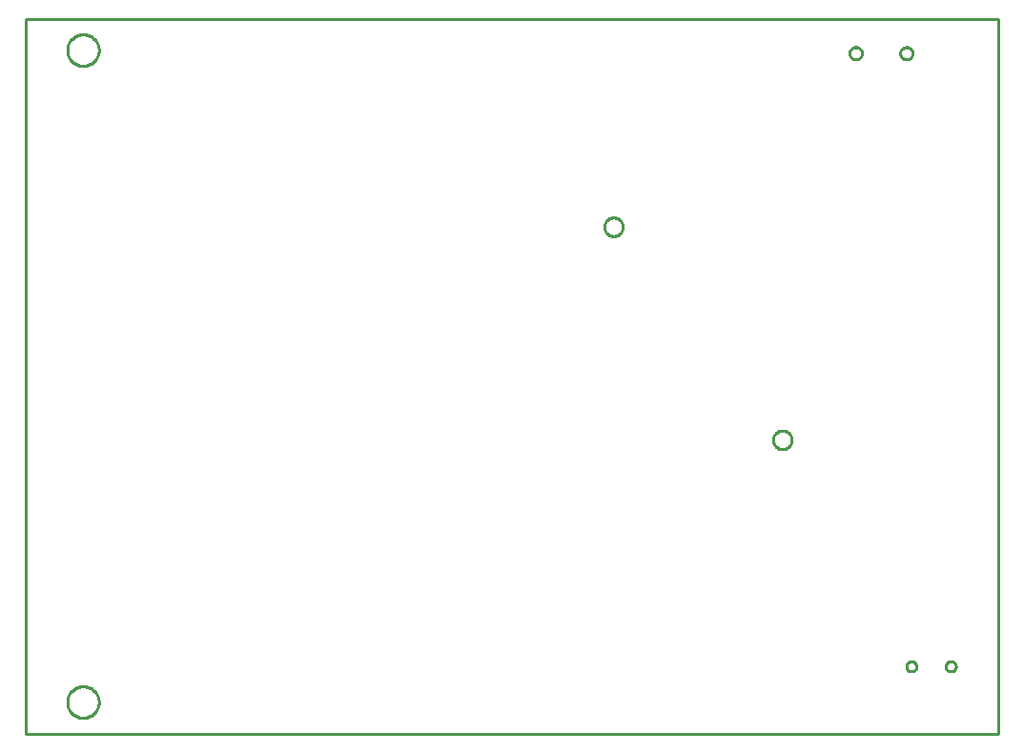
<source format=gbr>
G04 EAGLE Gerber RS-274X export*
G75*
%MOMM*%
%FSLAX34Y34*%
%LPD*%
%IN*%
%IPPOS*%
%AMOC8*
5,1,8,0,0,1.08239X$1,22.5*%
G01*
%ADD10C,0.254000*%


D10*
X0Y0D02*
X863600Y0D01*
X863600Y635000D01*
X0Y635000D01*
X0Y0D01*
X50300Y593050D02*
X49303Y593121D01*
X48313Y593264D01*
X47336Y593476D01*
X46376Y593758D01*
X45439Y594107D01*
X44529Y594523D01*
X43652Y595002D01*
X42810Y595543D01*
X42010Y596142D01*
X41254Y596797D01*
X40547Y597504D01*
X39892Y598260D01*
X39293Y599060D01*
X38752Y599902D01*
X38273Y600779D01*
X37857Y601689D01*
X37508Y602626D01*
X37226Y603586D01*
X37014Y604563D01*
X36871Y605553D01*
X36800Y606550D01*
X36800Y607550D01*
X36871Y608548D01*
X37014Y609537D01*
X37226Y610515D01*
X37508Y611474D01*
X37857Y612411D01*
X38273Y613321D01*
X38752Y614198D01*
X39293Y615040D01*
X39892Y615840D01*
X40547Y616596D01*
X41254Y617303D01*
X42010Y617958D01*
X42810Y618557D01*
X43652Y619098D01*
X44529Y619577D01*
X45439Y619993D01*
X46376Y620342D01*
X47336Y620624D01*
X48313Y620836D01*
X49303Y620979D01*
X50300Y621050D01*
X51300Y621050D01*
X52298Y620979D01*
X53287Y620836D01*
X54265Y620624D01*
X55224Y620342D01*
X56161Y619993D01*
X57071Y619577D01*
X57948Y619098D01*
X58790Y618557D01*
X59590Y617958D01*
X60346Y617303D01*
X61053Y616596D01*
X61708Y615840D01*
X62307Y615040D01*
X62848Y614198D01*
X63327Y613321D01*
X63743Y612411D01*
X64092Y611474D01*
X64374Y610515D01*
X64586Y609537D01*
X64729Y608548D01*
X64800Y607550D01*
X64800Y606550D01*
X64729Y605553D01*
X64586Y604563D01*
X64374Y603586D01*
X64092Y602626D01*
X63743Y601689D01*
X63327Y600779D01*
X62848Y599902D01*
X62307Y599060D01*
X61708Y598260D01*
X61053Y597504D01*
X60346Y596797D01*
X59590Y596142D01*
X58790Y595543D01*
X57948Y595002D01*
X57071Y594523D01*
X56161Y594107D01*
X55224Y593758D01*
X54265Y593476D01*
X53287Y593264D01*
X52298Y593121D01*
X51300Y593050D01*
X50300Y593050D01*
X50300Y13950D02*
X49303Y14021D01*
X48313Y14164D01*
X47336Y14376D01*
X46376Y14658D01*
X45439Y15007D01*
X44529Y15423D01*
X43652Y15902D01*
X42810Y16443D01*
X42010Y17042D01*
X41254Y17697D01*
X40547Y18404D01*
X39892Y19160D01*
X39293Y19960D01*
X38752Y20802D01*
X38273Y21679D01*
X37857Y22589D01*
X37508Y23526D01*
X37226Y24486D01*
X37014Y25463D01*
X36871Y26453D01*
X36800Y27450D01*
X36800Y28450D01*
X36871Y29448D01*
X37014Y30437D01*
X37226Y31415D01*
X37508Y32374D01*
X37857Y33311D01*
X38273Y34221D01*
X38752Y35098D01*
X39293Y35940D01*
X39892Y36740D01*
X40547Y37496D01*
X41254Y38203D01*
X42010Y38858D01*
X42810Y39457D01*
X43652Y39998D01*
X44529Y40477D01*
X45439Y40893D01*
X46376Y41242D01*
X47336Y41524D01*
X48313Y41736D01*
X49303Y41879D01*
X50300Y41950D01*
X51300Y41950D01*
X52298Y41879D01*
X53287Y41736D01*
X54265Y41524D01*
X55224Y41242D01*
X56161Y40893D01*
X57071Y40477D01*
X57948Y39998D01*
X58790Y39457D01*
X59590Y38858D01*
X60346Y38203D01*
X61053Y37496D01*
X61708Y36740D01*
X62307Y35940D01*
X62848Y35098D01*
X63327Y34221D01*
X63743Y33311D01*
X64092Y32374D01*
X64374Y31415D01*
X64586Y30437D01*
X64729Y29448D01*
X64800Y28450D01*
X64800Y27450D01*
X64729Y26453D01*
X64586Y25463D01*
X64374Y24486D01*
X64092Y23526D01*
X63743Y22589D01*
X63327Y21679D01*
X62848Y20802D01*
X62307Y19960D01*
X61708Y19160D01*
X61053Y18404D01*
X60346Y17697D01*
X59590Y17042D01*
X58790Y16443D01*
X57948Y15902D01*
X57071Y15423D01*
X56161Y15007D01*
X55224Y14658D01*
X54265Y14376D01*
X53287Y14164D01*
X52298Y14021D01*
X51300Y13950D01*
X50300Y13950D01*
X671495Y252800D02*
X670688Y252879D01*
X669893Y253038D01*
X669117Y253273D01*
X668368Y253583D01*
X667654Y253965D01*
X666980Y254416D01*
X666353Y254930D01*
X665780Y255503D01*
X665266Y256130D01*
X664815Y256804D01*
X664433Y257518D01*
X664123Y258267D01*
X663888Y259043D01*
X663729Y259838D01*
X663650Y260645D01*
X663650Y261455D01*
X663729Y262262D01*
X663888Y263057D01*
X664123Y263833D01*
X664433Y264582D01*
X664815Y265296D01*
X665266Y265970D01*
X665780Y266597D01*
X666353Y267170D01*
X666980Y267684D01*
X667654Y268135D01*
X668368Y268517D01*
X669117Y268827D01*
X669893Y269062D01*
X670688Y269221D01*
X671495Y269300D01*
X672305Y269300D01*
X673112Y269221D01*
X673907Y269062D01*
X674683Y268827D01*
X675432Y268517D01*
X676146Y268135D01*
X676820Y267684D01*
X677447Y267170D01*
X678020Y266597D01*
X678534Y265970D01*
X678985Y265296D01*
X679367Y264582D01*
X679677Y263833D01*
X679912Y263057D01*
X680071Y262262D01*
X680150Y261455D01*
X680150Y260645D01*
X680071Y259838D01*
X679912Y259043D01*
X679677Y258267D01*
X679367Y257518D01*
X678985Y256804D01*
X678534Y256130D01*
X678020Y255503D01*
X677447Y254930D01*
X676820Y254416D01*
X676146Y253965D01*
X675432Y253583D01*
X674683Y253273D01*
X673907Y253038D01*
X673112Y252879D01*
X672305Y252800D01*
X671495Y252800D01*
X521495Y441900D02*
X520688Y441979D01*
X519893Y442138D01*
X519117Y442373D01*
X518368Y442683D01*
X517654Y443065D01*
X516980Y443516D01*
X516353Y444030D01*
X515780Y444603D01*
X515266Y445230D01*
X514815Y445904D01*
X514433Y446618D01*
X514123Y447367D01*
X513888Y448143D01*
X513729Y448938D01*
X513650Y449745D01*
X513650Y450555D01*
X513729Y451362D01*
X513888Y452157D01*
X514123Y452933D01*
X514433Y453682D01*
X514815Y454396D01*
X515266Y455070D01*
X515780Y455697D01*
X516353Y456270D01*
X516980Y456784D01*
X517654Y457235D01*
X518368Y457617D01*
X519117Y457927D01*
X519893Y458162D01*
X520688Y458321D01*
X521495Y458400D01*
X522305Y458400D01*
X523112Y458321D01*
X523907Y458162D01*
X524683Y457927D01*
X525432Y457617D01*
X526146Y457235D01*
X526820Y456784D01*
X527447Y456270D01*
X528020Y455697D01*
X528534Y455070D01*
X528985Y454396D01*
X529367Y453682D01*
X529677Y452933D01*
X529912Y452157D01*
X530071Y451362D01*
X530150Y450555D01*
X530150Y449745D01*
X530071Y448938D01*
X529912Y448143D01*
X529677Y447367D01*
X529367Y446618D01*
X528985Y445904D01*
X528534Y445230D01*
X528020Y444603D01*
X527447Y444030D01*
X526820Y443516D01*
X526146Y443065D01*
X525432Y442683D01*
X524683Y442373D01*
X523907Y442138D01*
X523112Y441979D01*
X522305Y441900D01*
X521495Y441900D01*
X821705Y64190D02*
X822290Y64113D01*
X822860Y63960D01*
X823405Y63735D01*
X823915Y63440D01*
X824383Y63081D01*
X824801Y62663D01*
X825160Y62195D01*
X825455Y61685D01*
X825680Y61140D01*
X825833Y60570D01*
X825910Y59985D01*
X825910Y59395D01*
X825833Y58810D01*
X825680Y58240D01*
X825455Y57695D01*
X825160Y57185D01*
X824801Y56717D01*
X824383Y56299D01*
X823915Y55940D01*
X823405Y55645D01*
X822860Y55420D01*
X822290Y55267D01*
X821705Y55190D01*
X821115Y55190D01*
X820530Y55267D01*
X819960Y55420D01*
X819415Y55645D01*
X818905Y55940D01*
X818437Y56299D01*
X818019Y56717D01*
X817660Y57185D01*
X817365Y57695D01*
X817140Y58240D01*
X816987Y58810D01*
X816910Y59395D01*
X816910Y59985D01*
X816987Y60570D01*
X817140Y61140D01*
X817365Y61685D01*
X817660Y62195D01*
X818019Y62663D01*
X818437Y63081D01*
X818905Y63440D01*
X819415Y63735D01*
X819960Y63960D01*
X820530Y64113D01*
X821115Y64190D01*
X821705Y64190D01*
X786705Y64190D02*
X787290Y64113D01*
X787860Y63960D01*
X788405Y63735D01*
X788915Y63440D01*
X789383Y63081D01*
X789801Y62663D01*
X790160Y62195D01*
X790455Y61685D01*
X790680Y61140D01*
X790833Y60570D01*
X790910Y59985D01*
X790910Y59395D01*
X790833Y58810D01*
X790680Y58240D01*
X790455Y57695D01*
X790160Y57185D01*
X789801Y56717D01*
X789383Y56299D01*
X788915Y55940D01*
X788405Y55645D01*
X787860Y55420D01*
X787290Y55267D01*
X786705Y55190D01*
X786115Y55190D01*
X785530Y55267D01*
X784960Y55420D01*
X784415Y55645D01*
X783905Y55940D01*
X783437Y56299D01*
X783019Y56717D01*
X782660Y57185D01*
X782365Y57695D01*
X782140Y58240D01*
X781987Y58810D01*
X781910Y59395D01*
X781910Y59985D01*
X781987Y60570D01*
X782140Y61140D01*
X782365Y61685D01*
X782660Y62195D01*
X783019Y62663D01*
X783437Y63081D01*
X783905Y63440D01*
X784415Y63735D01*
X784960Y63960D01*
X785530Y64113D01*
X786115Y64190D01*
X786705Y64190D01*
X781651Y598750D02*
X781037Y598819D01*
X780435Y598957D01*
X779852Y599161D01*
X779295Y599429D01*
X778772Y599757D01*
X778289Y600143D01*
X777853Y600579D01*
X777467Y601062D01*
X777139Y601585D01*
X776871Y602142D01*
X776667Y602725D01*
X776529Y603327D01*
X776460Y603941D01*
X776460Y604559D01*
X776529Y605173D01*
X776667Y605775D01*
X776871Y606358D01*
X777139Y606915D01*
X777467Y607438D01*
X777853Y607921D01*
X778289Y608358D01*
X778772Y608743D01*
X779295Y609071D01*
X779852Y609339D01*
X780435Y609543D01*
X781037Y609681D01*
X781651Y609750D01*
X782269Y609750D01*
X782883Y609681D01*
X783485Y609543D01*
X784068Y609339D01*
X784625Y609071D01*
X785148Y608743D01*
X785631Y608358D01*
X786068Y607921D01*
X786453Y607438D01*
X786781Y606915D01*
X787049Y606358D01*
X787253Y605775D01*
X787391Y605173D01*
X787460Y604559D01*
X787460Y603941D01*
X787391Y603327D01*
X787253Y602725D01*
X787049Y602142D01*
X786781Y601585D01*
X786453Y601062D01*
X786068Y600579D01*
X785631Y600143D01*
X785148Y599757D01*
X784625Y599429D01*
X784068Y599161D01*
X783485Y598957D01*
X782883Y598819D01*
X782269Y598750D01*
X781651Y598750D01*
X736651Y598750D02*
X736037Y598819D01*
X735435Y598957D01*
X734852Y599161D01*
X734295Y599429D01*
X733772Y599757D01*
X733289Y600143D01*
X732853Y600579D01*
X732467Y601062D01*
X732139Y601585D01*
X731871Y602142D01*
X731667Y602725D01*
X731529Y603327D01*
X731460Y603941D01*
X731460Y604559D01*
X731529Y605173D01*
X731667Y605775D01*
X731871Y606358D01*
X732139Y606915D01*
X732467Y607438D01*
X732853Y607921D01*
X733289Y608358D01*
X733772Y608743D01*
X734295Y609071D01*
X734852Y609339D01*
X735435Y609543D01*
X736037Y609681D01*
X736651Y609750D01*
X737269Y609750D01*
X737883Y609681D01*
X738485Y609543D01*
X739068Y609339D01*
X739625Y609071D01*
X740148Y608743D01*
X740631Y608358D01*
X741068Y607921D01*
X741453Y607438D01*
X741781Y606915D01*
X742049Y606358D01*
X742253Y605775D01*
X742391Y605173D01*
X742460Y604559D01*
X742460Y603941D01*
X742391Y603327D01*
X742253Y602725D01*
X742049Y602142D01*
X741781Y601585D01*
X741453Y601062D01*
X741068Y600579D01*
X740631Y600143D01*
X740148Y599757D01*
X739625Y599429D01*
X739068Y599161D01*
X738485Y598957D01*
X737883Y598819D01*
X737269Y598750D01*
X736651Y598750D01*
M02*

</source>
